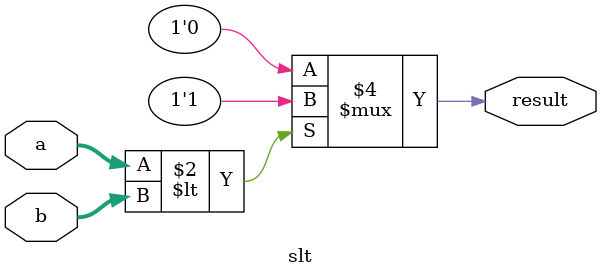
<source format=v>
`timescale 1ns / 1ps

module slt(
  input [31:0] a,
  input [31:0] b,
  output reg result
);
  
  // Compare the two inputs and set the result flag
  always @(*) begin
    if(a < b) begin
      result = 1;
    end
    else begin
      result = 0;
    end
  end
  
endmodule

</source>
